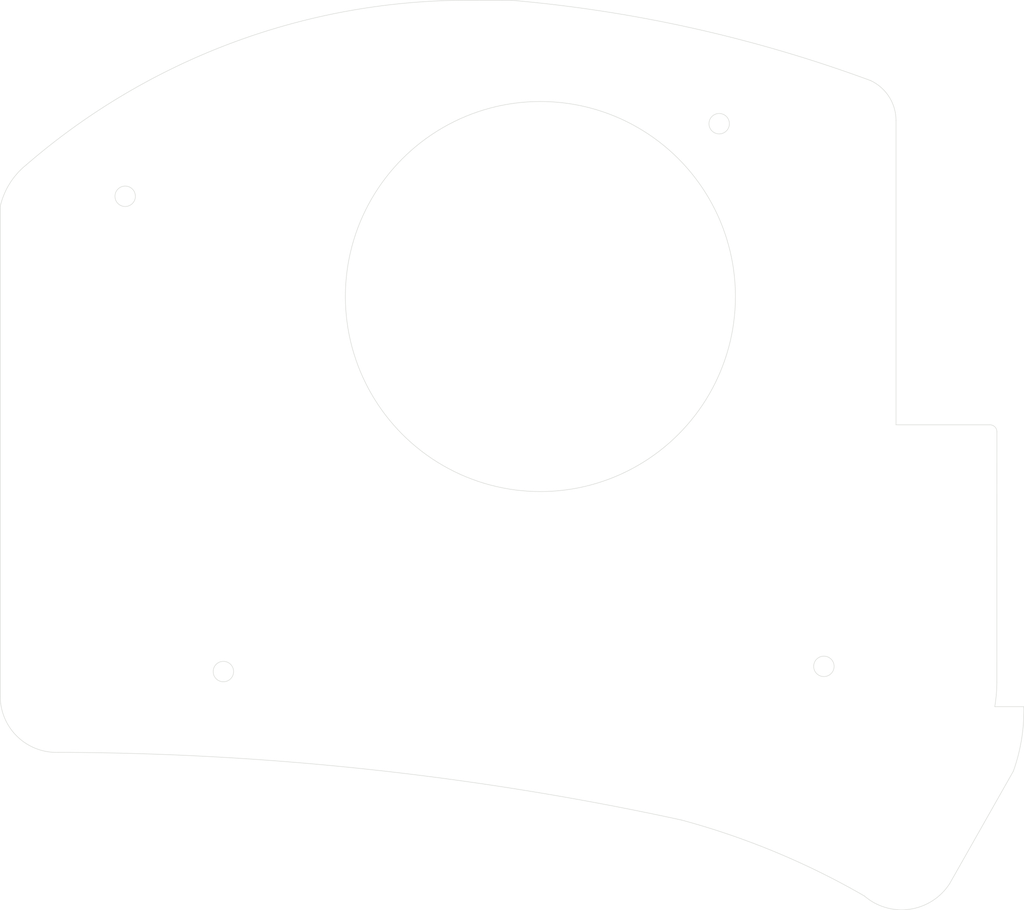
<source format=kicad_pcb>
(kicad_pcb (version 20171130) (host pcbnew 5.1.9)

  (general
    (thickness 1.6)
    (drawings 40)
    (tracks 0)
    (zones 0)
    (modules 0)
    (nets 1)
  )

  (page A4)
  (layers
    (0 F.Cu signal)
    (31 B.Cu signal)
    (32 B.Adhes user)
    (33 F.Adhes user)
    (34 B.Paste user)
    (35 F.Paste user)
    (36 B.SilkS user)
    (37 F.SilkS user)
    (38 B.Mask user)
    (39 F.Mask user)
    (40 Dwgs.User user)
    (41 Cmts.User user)
    (42 Eco1.User user)
    (43 Eco2.User user)
    (44 Edge.Cuts user)
    (45 Margin user)
    (46 B.CrtYd user)
    (47 F.CrtYd user)
    (48 B.Fab user)
    (49 F.Fab user)
  )

  (setup
    (last_trace_width 0.25)
    (trace_clearance 0.2)
    (zone_clearance 0.508)
    (zone_45_only no)
    (trace_min 0.2)
    (via_size 0.8)
    (via_drill 0.4)
    (via_min_size 0.4)
    (via_min_drill 0.3)
    (uvia_size 0.3)
    (uvia_drill 0.1)
    (uvias_allowed no)
    (uvia_min_size 0.2)
    (uvia_min_drill 0.1)
    (edge_width 0.05)
    (segment_width 0.2)
    (pcb_text_width 0.3)
    (pcb_text_size 1.5 1.5)
    (mod_edge_width 0.12)
    (mod_text_size 1 1)
    (mod_text_width 0.15)
    (pad_size 1.524 1.524)
    (pad_drill 0.762)
    (pad_to_mask_clearance 0.05)
    (aux_axis_origin 0 0)
    (visible_elements FFFDFF1F)
    (pcbplotparams
      (layerselection 0x01000_7ffffffe)
      (usegerberextensions false)
      (usegerberattributes true)
      (usegerberadvancedattributes true)
      (creategerberjobfile true)
      (excludeedgelayer true)
      (linewidth 0.100000)
      (plotframeref false)
      (viasonmask false)
      (mode 1)
      (useauxorigin false)
      (hpglpennumber 1)
      (hpglpenspeed 20)
      (hpglpendiameter 15.000000)
      (psnegative false)
      (psa4output false)
      (plotreference false)
      (plotvalue false)
      (plotinvisibletext false)
      (padsonsilk false)
      (subtractmaskfromsilk false)
      (outputformat 3)
      (mirror false)
      (drillshape 0)
      (scaleselection 1)
      (outputdirectory ""))
  )

  (net 0 "")

  (net_class Default "This is the default net class."
    (clearance 0.2)
    (trace_width 0.25)
    (via_dia 0.8)
    (via_drill 0.4)
    (uvia_dia 0.3)
    (uvia_drill 0.1)
  )

  (net_class Power ""
    (clearance 0.2)
    (trace_width 0.3)
    (via_dia 0.8)
    (via_drill 0.4)
    (uvia_dia 0.3)
    (uvia_drill 0.1)
  )

  (gr_circle (center 67.790402 38.02) (end 46.780402 37.89) (layer Edge.Cuts) (width 0.05) (tstamp 6049EA61))
  (gr_arc (start 61.59 173.76) (end 105.638 99.588735) (angle -15.4) (layer Cmts.User) (width 0.05) (tstamp 6049EA60))
  (gr_line (start 106.1 51.84) (end 106.1 19.059419) (layer Edge.Cuts) (width 0.05) (tstamp 6049EA5F))
  (gr_circle (center 87.049819 19.4) (end 88.149819 19.42) (layer Edge.Cuts) (width 0.05) (tstamp 6049EA5E))
  (gr_line (start 118.738448 89.155884) (end 111.890143 101.245816) (layer Edge.Cuts) (width 0.05) (tstamp 6049EA5D))
  (gr_line (start 13.608055 28.898702) (end 13.650019 81.147211) (layer Cmts.User) (width 0.05) (tstamp 6049EA5C))
  (gr_arc (start 15.157962 407.009453) (end 84.370665 90.557571) (angle -12.23959981) (layer Cmts.User) (width 0.05) (tstamp 6049EA5A))
  (gr_arc (start 60.008389 78.858139) (end 60.008389 10.128139) (angle -40.9) (layer Cmts.User) (width 0.05) (tstamp 6049EA59))
  (gr_arc (start 60.008389 78.858139) (end 60 6.1) (angle -40.86368173) (layer Edge.Cuts) (width 0.05) (tstamp 6049EA58))
  (gr_circle (center 23.059819 27.22) (end 24.159819 27.24) (layer Edge.Cuts) (width 0.05) (tstamp 6049EA57))
  (gr_line (start 102.1 49.9) (end 102.1 19.059419) (layer Cmts.User) (width 0.05) (tstamp 6049EA56))
  (gr_line (start 104.135083 51.830917) (end 116.215001 51.850918) (layer Cmts.User) (width 0.05) (tstamp 6049EA55))
  (gr_line (start 106.1 51.84) (end 116.22 51.84) (layer Edge.Cuts) (width 0.05) (tstamp 6049EA54))
  (gr_arc (start 116.22 52.59) (end 116.97 52.59) (angle -90) (layer Edge.Cuts) (width 0.05) (tstamp 6049EA53))
  (gr_line (start 116.97 52.59) (end 116.965 79.589082) (layer Edge.Cuts) (width 0.05) (tstamp 6049EA52))
  (gr_arc (start 100.189151 79.447553) (end 116.738002 82.201584) (angle -8.965110863) (layer Edge.Cuts) (width 0.05) (tstamp 6049EA51))
  (gr_line (start 116.965001 52.600918) (end 116.960001 79.6) (layer Cmts.User) (width 0.05) (tstamp 6049EA50))
  (gr_arc (start 15.089318 406.95507) (end 82.995848 94.415389) (angle -12.12538542) (layer Edge.Cuts) (width 0.05) (tstamp 6049EA4F))
  (gr_arc (start 106.708 97.938735) (end 105.638 99.588735) (angle -90.6) (layer Cmts.User) (width 0.05) (tstamp 6049EA4E))
  (gr_arc (start 106.708 97.938735) (end 102.7 102.6) (angle -98.1305031) (layer Edge.Cuts) (width 0.05) (tstamp 6049EA4D))
  (gr_arc (start 17.48 30.13) (end 15.035 26.885) (angle -35.4) (layer Cmts.User) (width 0.05) (tstamp 6049EA4C))
  (gr_arc (start 104.099999 49.830001) (end 102.1 49.9) (angle -89) (layer Cmts.User) (width 0.05) (tstamp 6049EA4B))
  (gr_line (start 9.603094 28.300719) (end 9.6 81.147211) (layer Edge.Cuts) (width 0.05) (tstamp 6049EA4A))
  (gr_line (start 116.738002 82.201584) (end 119.866285 82.200094) (layer Edge.Cuts) (width 0.05) (tstamp 6049EA49))
  (gr_arc (start 52.262442 153.652303) (end 101.665245 18.378889) (angle -15.3) (layer Cmts.User) (width 0.05) (tstamp 6049EA48))
  (gr_arc (start 116.215001 52.600918) (end 116.965001 52.600918) (angle -90) (layer Cmts.User) (width 0.05) (tstamp 6049EA47))
  (gr_line (start 64.208637 10.136374) (end 60.008389 10.128139) (layer Cmts.User) (width 0.05) (tstamp 6049EA46))
  (gr_arc (start 100.191149 79.445969) (end 115.218305 86.900068) (angle -25.9) (layer Cmts.User) (width 0.05) (tstamp 6049EA45))
  (gr_arc (start 101.35 19.059419) (end 106.1 19.059419) (angle -65.1) (layer Edge.Cuts) (width 0.05) (tstamp 6049EA44))
  (gr_arc (start 15.650018 81.077212) (end 13.650019 81.147211) (angle -89.7) (layer Cmts.User) (width 0.05) (tstamp 6049EA43))
  (gr_arc (start 51.873581 154.194988) (end 103.34992 14.75096) (angle -15.311832) (layer Edge.Cuts) (width 0.05) (tstamp 6049EA42))
  (gr_line (start 115.218305 86.900068) (end 108.37 98.99) (layer Cmts.User) (width 0.05) (tstamp 6049EA41))
  (gr_line (start 64.699364 6.107346) (end 60 6.1) (layer Edge.Cuts) (width 0.05) (tstamp 6049EA40))
  (gr_arc (start 17.48 30.13) (end 12.399191 23.838951) (angle -38.00054151) (layer Edge.Cuts) (width 0.05) (tstamp 6049EA3F))
  (gr_arc (start 15.650018 81.077212) (end 9.6 81.147211) (angle -91.0546288) (layer Edge.Cuts) (width 0.05) (tstamp 6049EA3E))
  (gr_circle (center 33.639819 78.42) (end 34.739819 78.44) (layer Edge.Cuts) (width 0.05) (tstamp 6049EA3D))
  (gr_circle (center 98.329819 77.86) (end 99.429819 77.88) (layer Edge.Cuts) (width 0.05) (tstamp 6049EA3C))
  (gr_arc (start 61.59 173.76) (end 102.7 102.6) (angle -14.91754999) (layer Edge.Cuts) (width 0.05) (tstamp 6049EA3B))
  (gr_arc (start 101.35 19.059419) (end 102.1 19.059419) (angle -65.1) (layer Cmts.User) (width 0.05) (tstamp 6049EA3A))
  (gr_arc (start 100.5318 82.63446) (end 118.738448 89.155884) (angle -20.9939576) (layer Edge.Cuts) (width 0.05) (tstamp 6048C255))

)

</source>
